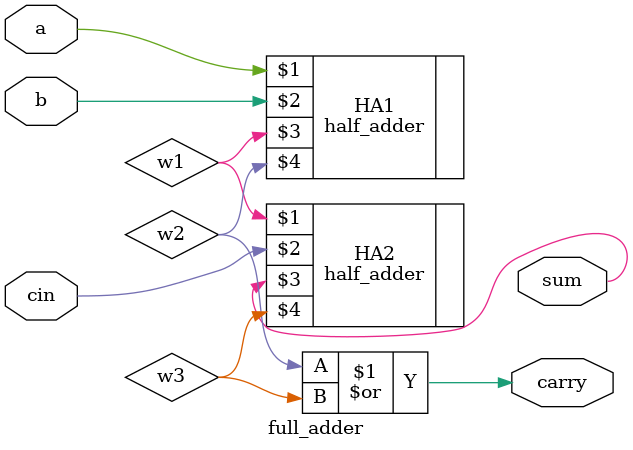
<source format=v>
module full_adder(a,b,cin,sum,carry);
  input a,b, cin;
  output sum,carry;
  wire w1,w2,w3;
  
  //instantiation
  
  half_adder HA1(a,b,w1,w2);
  half_adder HA2(w1,cin,sum,w3);
  
  //code
  
  or OR(carry,w2,w3);	
  
endmodule  
  
</source>
